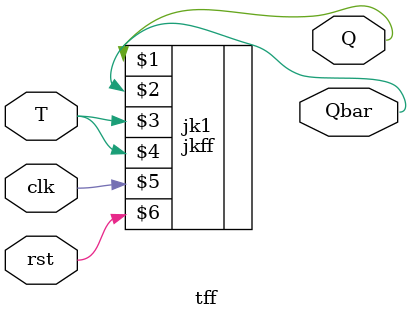
<source format=sv>
`include "JKFF.sv"
module dff(output Q,Qbar, input D,clk,rst);
  wire Dbar;
  not v0(Dbar,D);
  jkff jk0(Q, Qbar,D,Dbar,clk,rst);
endmodule

//T flipflops
module tff(output Q,Qbar, input T,clk,rst);
  jkff jk1(Q,Qbar,T,T,clk,rst);
endmodule
</source>
